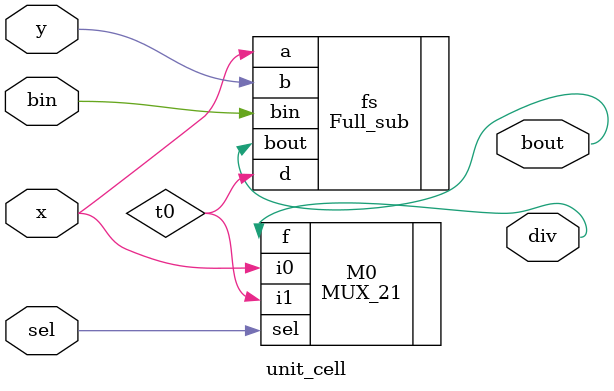
<source format=v>
`timescale 1ns / 1ps


module unit_cell(
input x,y,bin,sel,
output wire bout,div
    );
    
wire t0;    
Full_sub fs (
        .a(x),
        .b(y),
        .bin(bin),
        .bout(bout),
        .d(t0));
        
MUX_21 M0 (
        .i0(x),
        .i1(t0),
        .f(div),
        .sel(sel));
endmodule

</source>
